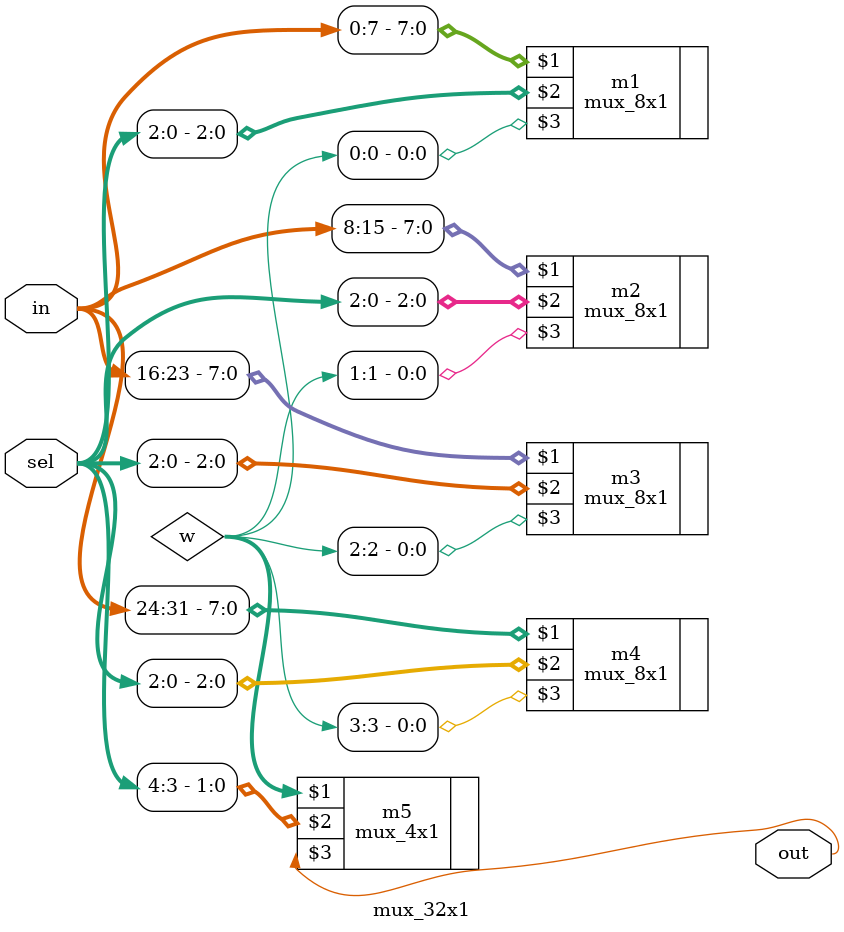
<source format=v>

module mux_32x1(input [0:31] in,input [4:0] sel,output  out);

wire [0:3] w;
 
 mux_8x1 m1(in[0:7],sel[2:0],w[0]);
 
 mux_8x1 m2(in[8:15],sel[2:0],w[1]);
 
 mux_8x1 m3(in[16:23],sel[2:0],w[2]);
 
 mux_8x1 m4(in[24:31],sel[2:0],w[3]);
 
 mux_4x1 m5(w[0:3] ,sel[4:3],out);
 
endmodule

</source>
